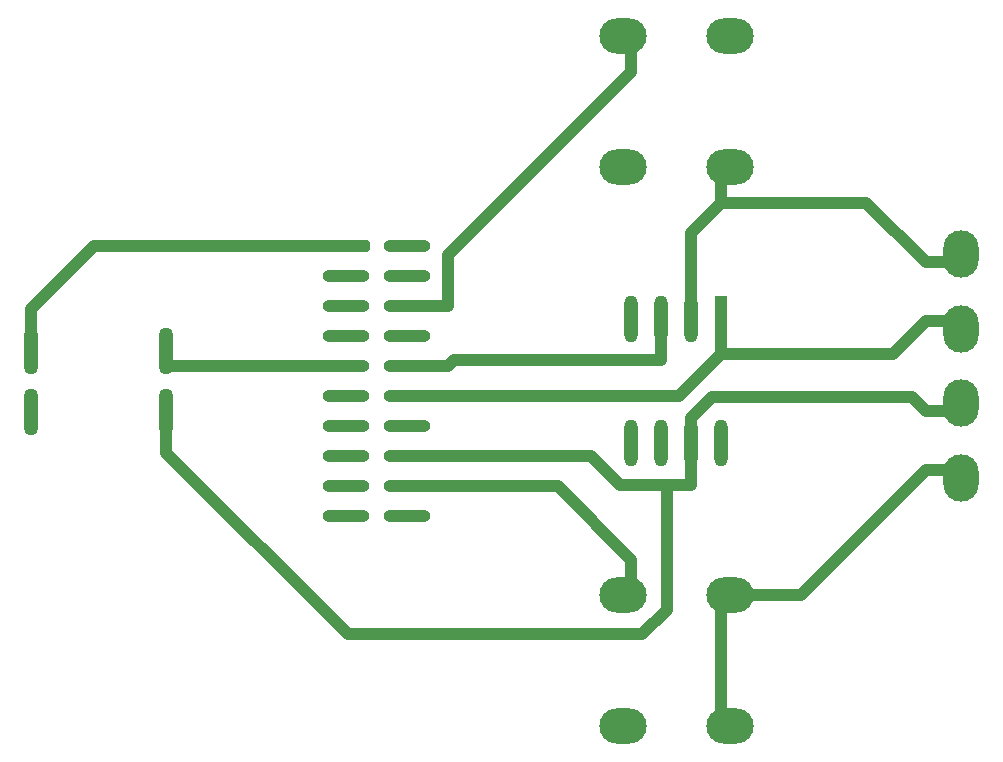
<source format=gbr>
%TF.GenerationSoftware,KiCad,Pcbnew,(5.1.9)-1*%
%TF.CreationDate,2021-05-05T14:34:00-07:00*%
%TF.ProjectId,preamp-board-v4,70726561-6d70-42d6-926f-6172642d7634,rev?*%
%TF.SameCoordinates,PX11a33a70PY316e4430*%
%TF.FileFunction,Copper,L1,Top*%
%TF.FilePolarity,Positive*%
%FSLAX46Y46*%
G04 Gerber Fmt 4.6, Leading zero omitted, Abs format (unit mm)*
G04 Created by KiCad (PCBNEW (5.1.9)-1) date 2021-05-05 14:34:00*
%MOMM*%
%LPD*%
G01*
G04 APERTURE LIST*
%TA.AperFunction,ComponentPad*%
%ADD10O,3.000000X4.000000*%
%TD*%
%TA.AperFunction,ComponentPad*%
%ADD11O,4.000000X3.000000*%
%TD*%
%TA.AperFunction,ComponentPad*%
%ADD12O,1.250000X4.000000*%
%TD*%
%TA.AperFunction,ComponentPad*%
%ADD13O,4.000000X1.000000*%
%TD*%
%TA.AperFunction,ComponentPad*%
%ADD14O,1.130000X4.000000*%
%TD*%
%TA.AperFunction,ComponentPad*%
%ADD15R,1.130000X4.000000*%
%TD*%
%TA.AperFunction,Conductor*%
%ADD16C,1.000000*%
%TD*%
G04 APERTURE END LIST*
D10*
%TO.P,C1,2*%
%TO.N,Net-(C1-Pad2)*%
X90170000Y45070000D03*
%TO.P,C1,1*%
%TO.N,Net-(C1-Pad1)*%
X90170000Y38670000D03*
%TD*%
%TO.P,C2,2*%
%TO.N,Net-(C2-Pad2)*%
X90170000Y26050000D03*
%TO.P,C2,1*%
%TO.N,Net-(C2-Pad1)*%
X90170000Y32450000D03*
%TD*%
D11*
%TO.P,R1,2*%
%TO.N,Net-(J1-Pad8)*%
X61530000Y5080000D03*
%TO.P,R1,1*%
%TO.N,Net-(C2-Pad2)*%
X70550000Y5080000D03*
%TD*%
%TO.P,R2,2*%
%TO.N,Net-(J1-Pad18)*%
X61530000Y16165000D03*
%TO.P,R2,1*%
%TO.N,Net-(C2-Pad2)*%
X70550000Y16165000D03*
%TD*%
%TO.P,R4,2*%
%TO.N,Net-(J1-Pad14)*%
X61530000Y52415000D03*
%TO.P,R4,1*%
%TO.N,Net-(C1-Pad2)*%
X70550000Y52415000D03*
%TD*%
%TO.P,R3,2*%
%TO.N,Net-(J1-Pad6)*%
X61530000Y63500000D03*
%TO.P,R3,1*%
%TO.N,Net-(C1-Pad2)*%
X70550000Y63500000D03*
%TD*%
D12*
%TO.P,C4,2*%
%TO.N,Net-(C2-Pad1)*%
X22860000Y31710000D03*
%TO.P,C4,1*%
%TO.N,Net-(C4-Pad1)*%
X22860000Y36870000D03*
%TD*%
%TO.P,C3,2*%
%TO.N,Net-(C1-Pad1)*%
X11430000Y31710000D03*
%TO.P,C3,1*%
%TO.N,Net-(C3-Pad1)*%
X11430000Y36870000D03*
%TD*%
D13*
%TO.P,J1,20*%
%TO.N,Net-(J1-Pad20)*%
X43210000Y22860000D03*
%TO.P,J1,18*%
%TO.N,Net-(J1-Pad18)*%
X43210000Y25400000D03*
%TO.P,J1,16*%
%TO.N,Net-(C2-Pad1)*%
X43210000Y27940000D03*
%TO.P,J1,14*%
%TO.N,Net-(J1-Pad14)*%
X43210000Y30480000D03*
%TO.P,J1,12*%
%TO.N,Net-(C1-Pad1)*%
X43210000Y33020000D03*
%TO.P,J1,10*%
%TO.N,GND*%
X43210000Y35560000D03*
%TO.P,J1,8*%
%TO.N,Net-(J1-Pad8)*%
X43210000Y38100000D03*
%TO.P,J1,6*%
%TO.N,Net-(J1-Pad6)*%
X43210000Y40640000D03*
%TO.P,J1,4*%
%TO.N,Net-(J1-Pad4)*%
X43210000Y43180000D03*
%TO.P,J1,2*%
%TO.N,Net-(J1-Pad2)*%
X43210000Y45720000D03*
%TO.P,J1,19*%
%TO.N,Net-(J1-Pad19)*%
X38070000Y22860000D03*
%TO.P,J1,17*%
%TO.N,Net-(J1-Pad17)*%
X38070000Y25400000D03*
%TO.P,J1,15*%
%TO.N,GND*%
X38070000Y27940000D03*
%TO.P,J1,13*%
%TO.N,Net-(J1-Pad11)*%
X38070000Y30480000D03*
%TO.P,J1,11*%
X38070000Y33020000D03*
%TO.P,J1,9*%
%TO.N,Net-(C4-Pad1)*%
X38070000Y35560000D03*
%TO.P,J1,7*%
%TO.N,GND*%
X38070000Y38100000D03*
%TO.P,J1,5*%
%TO.N,Net-(J1-Pad3)*%
X38070000Y40640000D03*
%TO.P,J1,3*%
X38070000Y43180000D03*
%TO.P,J1,1*%
%TO.N,Net-(C3-Pad1)*%
%TA.AperFunction,ComponentPad*%
G36*
G01*
X36070000Y45367000D02*
X36070000Y46073000D01*
G75*
G02*
X36217000Y46220000I147000J0D01*
G01*
X39923000Y46220000D01*
G75*
G02*
X40070000Y46073000I0J-147000D01*
G01*
X40070000Y45367000D01*
G75*
G02*
X39923000Y45220000I-147000J0D01*
G01*
X36217000Y45220000D01*
G75*
G02*
X36070000Y45367000I0J147000D01*
G01*
G37*
%TD.AperFunction*%
%TD*%
D14*
%TO.P,U1,8*%
%TO.N,Net-(J1-Pad2)*%
X69850000Y29020000D03*
%TO.P,U1,7*%
%TO.N,Net-(C2-Pad1)*%
X67310000Y29020000D03*
%TO.P,U1,6*%
%TO.N,Net-(C2-Pad2)*%
X64770000Y29020000D03*
%TO.P,U1,5*%
%TO.N,GND*%
X62230000Y29020000D03*
%TO.P,U1,4*%
%TO.N,Net-(J1-Pad20)*%
X62230000Y39560000D03*
%TO.P,U1,3*%
%TO.N,GND*%
X64770000Y39560000D03*
%TO.P,U1,2*%
%TO.N,Net-(C1-Pad2)*%
X67310000Y39560000D03*
D15*
%TO.P,U1,1*%
%TO.N,Net-(C1-Pad1)*%
X69850000Y39560000D03*
%TD*%
D16*
%TO.N,Net-(C1-Pad1)*%
X69850000Y36560000D02*
X84359000Y36560000D01*
X84359000Y36560000D02*
X87169000Y39370000D01*
X69850000Y36560000D02*
X66310000Y33020000D01*
X66310000Y33020000D02*
X41910000Y33020000D01*
X69850000Y38260000D02*
X69850000Y36560000D01*
X90170000Y39370000D02*
X87169000Y39370000D01*
%TO.N,Net-(C1-Pad2)*%
X67310000Y38260000D02*
X67310000Y46874000D01*
X67310000Y46874000D02*
X69850000Y49414000D01*
X90170000Y44370000D02*
X87169000Y44370000D01*
X69850000Y52415000D02*
X69850000Y49414000D01*
X69850000Y49414000D02*
X82125000Y49414000D01*
X82125000Y49414000D02*
X87169000Y44370000D01*
%TO.N,Net-(C2-Pad2)*%
X69850000Y16165000D02*
X69850000Y5080000D01*
X69850000Y16165000D02*
X76584000Y16165000D01*
X76584000Y16165000D02*
X87169000Y26750000D01*
X90170000Y26750000D02*
X87169000Y26750000D01*
%TO.N,Net-(C2-Pad1)*%
X67310000Y30320000D02*
X67310000Y25519000D01*
X65217000Y25519000D02*
X61263000Y25519000D01*
X61263000Y25519000D02*
X58842000Y27940000D01*
X58842000Y27940000D02*
X46711000Y27940000D01*
X22860000Y28209000D02*
X38226000Y12843000D01*
X38226000Y12843000D02*
X63135000Y12843000D01*
X63135000Y12843000D02*
X65217000Y14925000D01*
X65217000Y14925000D02*
X65217000Y25519000D01*
X67310000Y25519000D02*
X65217000Y25519000D01*
X87169000Y31750000D02*
X85957000Y32962000D01*
X85957000Y32962000D02*
X69083000Y32962000D01*
X69083000Y32962000D02*
X67310000Y31189000D01*
X67310000Y31189000D02*
X67310000Y30320000D01*
X22860000Y33040000D02*
X22860000Y28209000D01*
X90170000Y31750000D02*
X87169000Y31750000D01*
X41910000Y27940000D02*
X46711000Y27940000D01*
%TO.N,Net-(C3-Pad1)*%
X11430000Y35540000D02*
X11430000Y40371000D01*
X39370000Y45720000D02*
X16779000Y45720000D01*
X16779000Y45720000D02*
X11430000Y40371000D01*
%TO.N,Net-(C4-Pad1)*%
X39370000Y35560000D02*
X22880000Y35560000D01*
X22880000Y35560000D02*
X22860000Y35540000D01*
%TO.N,Net-(J1-Pad6)*%
X62230000Y63500000D02*
X62230000Y60499000D01*
X41910000Y40640000D02*
X46711000Y40640000D01*
X46711000Y40640000D02*
X46711000Y44980000D01*
X46711000Y44980000D02*
X62230000Y60499000D01*
%TO.N,GND*%
X64770000Y38260000D02*
X64770000Y36059000D01*
X41910000Y35560000D02*
X46711000Y35560000D01*
X64770000Y36059000D02*
X47210000Y36059000D01*
X47210000Y36059000D02*
X46711000Y35560000D01*
%TO.N,Net-(J1-Pad18)*%
X62230000Y16165000D02*
X62230000Y19166000D01*
X41910000Y25400000D02*
X55996000Y25400000D01*
X55996000Y25400000D02*
X62230000Y19166000D01*
%TD*%
M02*

</source>
